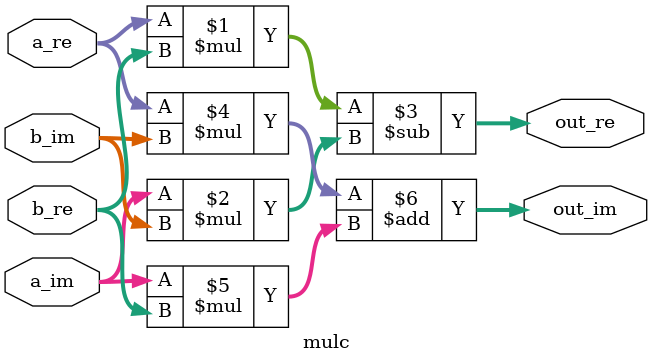
<source format=v>
module mulc #(parameter DW = 16 // width of RE and IM inputs
              )
   (
    input signed [DW-1:0]    a_re,
    input signed [DW-1:0]    a_im,
    input signed [DW-1:0]    b_re,
    input signed [DW-1:0]    b_im,
    output signed [2*DW-1:0] out_re,
    output signed [2*DW-1:0] out_im
    );

   assign out_re[2*DW-1:0] = (a_re * b_re) - (a_im * b_im);
   assign out_im[2*DW-1:0] = (a_re * b_im) + (a_im * b_re);

endmodule

</source>
